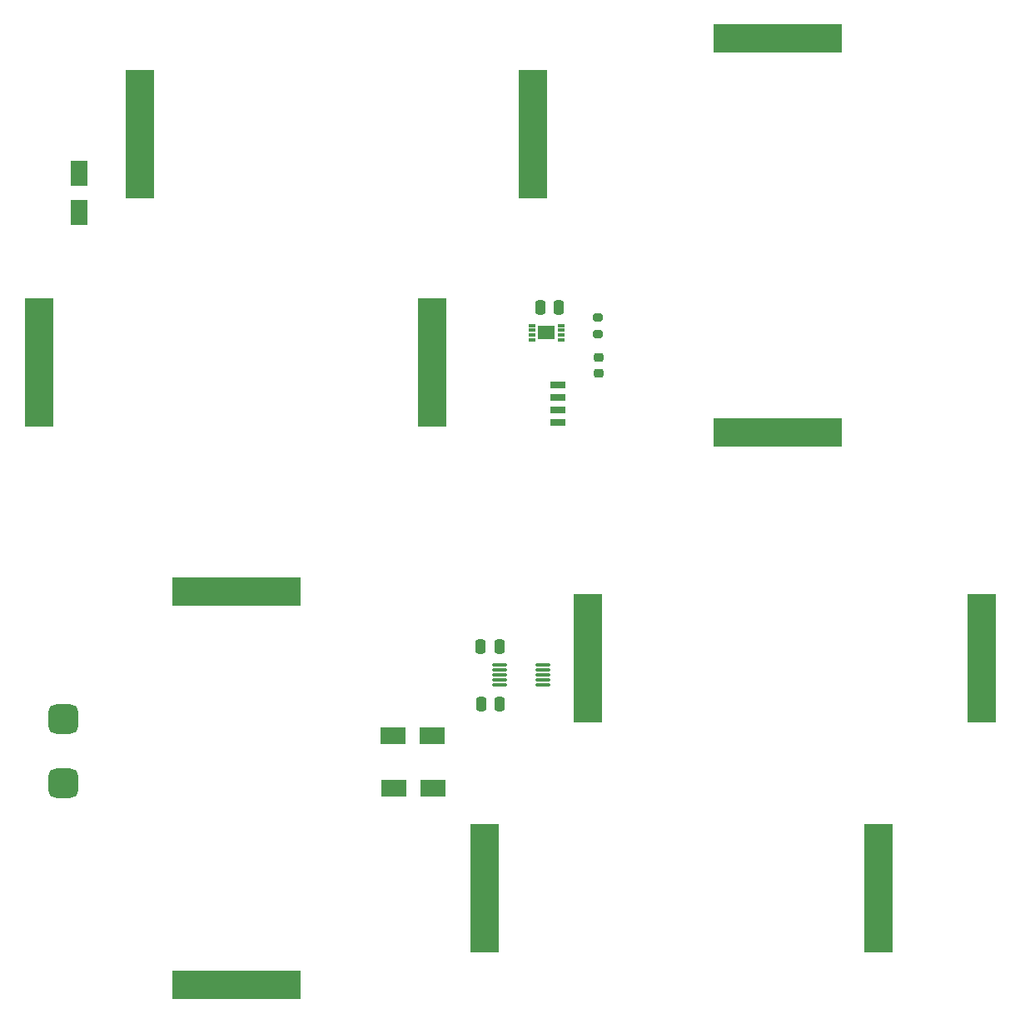
<source format=gbr>
%TF.GenerationSoftware,KiCad,Pcbnew,(6.0.7)*%
%TF.CreationDate,2023-01-31T02:36:04-08:00*%
%TF.ProjectId,solar-panel-side-Z,736f6c61-722d-4706-916e-656c2d736964,2.0*%
%TF.SameCoordinates,Original*%
%TF.FileFunction,Paste,Top*%
%TF.FilePolarity,Positive*%
%FSLAX46Y46*%
G04 Gerber Fmt 4.6, Leading zero omitted, Abs format (unit mm)*
G04 Created by KiCad (PCBNEW (6.0.7)) date 2023-01-31 02:36:04*
%MOMM*%
%LPD*%
G01*
G04 APERTURE LIST*
G04 Aperture macros list*
%AMRoundRect*
0 Rectangle with rounded corners*
0 $1 Rounding radius*
0 $2 $3 $4 $5 $6 $7 $8 $9 X,Y pos of 4 corners*
0 Add a 4 corners polygon primitive as box body*
4,1,4,$2,$3,$4,$5,$6,$7,$8,$9,$2,$3,0*
0 Add four circle primitives for the rounded corners*
1,1,$1+$1,$2,$3*
1,1,$1+$1,$4,$5*
1,1,$1+$1,$6,$7*
1,1,$1+$1,$8,$9*
0 Add four rect primitives between the rounded corners*
20,1,$1+$1,$2,$3,$4,$5,0*
20,1,$1+$1,$4,$5,$6,$7,0*
20,1,$1+$1,$6,$7,$8,$9,0*
20,1,$1+$1,$8,$9,$2,$3,0*%
G04 Aperture macros list end*
%ADD10R,2.500000X1.700000*%
%ADD11RoundRect,0.750000X-0.750000X-0.750000X0.750000X-0.750000X0.750000X0.750000X-0.750000X0.750000X0*%
%ADD12RoundRect,0.218750X0.256250X-0.218750X0.256250X0.218750X-0.256250X0.218750X-0.256250X-0.218750X0*%
%ADD13RoundRect,0.250000X0.250000X0.475000X-0.250000X0.475000X-0.250000X-0.475000X0.250000X-0.475000X0*%
%ADD14R,1.750000X1.450000*%
%ADD15R,0.750000X0.300000*%
%ADD16R,3.000000X13.000000*%
%ADD17R,13.000000X3.000000*%
%ADD18RoundRect,0.200000X-0.275000X0.200000X-0.275000X-0.200000X0.275000X-0.200000X0.275000X0.200000X0*%
%ADD19RoundRect,0.075000X-0.650000X-0.075000X0.650000X-0.075000X0.650000X0.075000X-0.650000X0.075000X0*%
%ADD20R,1.600000X0.700000*%
%ADD21R,1.700000X2.500000*%
G04 APERTURE END LIST*
D10*
%TO.C,D3*%
X137590000Y-107770000D03*
X141590000Y-107770000D03*
%TD*%
D11*
%TO.C,TP1*%
X104050000Y-106110000D03*
%TD*%
D12*
%TO.C,D5*%
X158500000Y-69337500D03*
X158500000Y-70912500D03*
%TD*%
D13*
%TO.C,C5*%
X146530000Y-98750000D03*
X148430000Y-98750000D03*
%TD*%
D14*
%TO.C,U3*%
X153230000Y-66830000D03*
D15*
X154680000Y-66080000D03*
X154680000Y-66580000D03*
X154680000Y-67080000D03*
X154680000Y-67580000D03*
X151780000Y-67580000D03*
X151780000Y-67080000D03*
X151780000Y-66580000D03*
X151780000Y-66080000D03*
%TD*%
D16*
%TO.C,SC5*%
X186930000Y-123240000D03*
X146930000Y-123240000D03*
%TD*%
D11*
%TO.C,TP2*%
X104080000Y-112590000D03*
%TD*%
D17*
%TO.C,SC3*%
X121720000Y-93090000D03*
X121720000Y-133090000D03*
%TD*%
D18*
%TO.C,R2*%
X158460000Y-66940000D03*
X158460000Y-65290000D03*
%TD*%
D13*
%TO.C,C3*%
X146560000Y-104540000D03*
X148460000Y-104540000D03*
%TD*%
D19*
%TO.C,U2*%
X152840000Y-100610000D03*
X152840000Y-101110000D03*
X152840000Y-101610000D03*
X152840000Y-102110000D03*
X152840000Y-102610000D03*
X148440000Y-102610000D03*
X148440000Y-102110000D03*
X148440000Y-101610000D03*
X148440000Y-101110000D03*
X148440000Y-100610000D03*
%TD*%
D10*
%TO.C,D4*%
X141680000Y-113090000D03*
X137680000Y-113090000D03*
%TD*%
D13*
%TO.C,C2*%
X152600000Y-64285000D03*
X154500000Y-64285000D03*
%TD*%
D20*
%TO.C,IC1*%
X154350000Y-75905000D03*
X154350000Y-74635000D03*
X154350000Y-73365000D03*
X154350000Y-72095000D03*
%TD*%
D16*
%TO.C,SC4*%
X141620000Y-69850000D03*
X101620000Y-69850000D03*
%TD*%
%TO.C,SC6*%
X157440000Y-99920000D03*
X197440000Y-99920000D03*
%TD*%
D17*
%TO.C,SC2*%
X176760000Y-76940000D03*
X176760000Y-36940000D03*
%TD*%
D21*
%TO.C,D2*%
X105650000Y-50590000D03*
X105650000Y-54590000D03*
%TD*%
D16*
%TO.C,SC1*%
X151870000Y-46630000D03*
X111870000Y-46630000D03*
%TD*%
M02*

</source>
